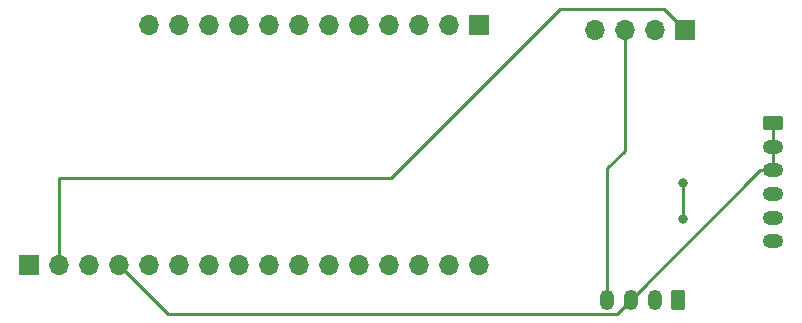
<source format=gbr>
%TF.GenerationSoftware,KiCad,Pcbnew,7.0.7*%
%TF.CreationDate,2025-02-28T10:15:51+00:00*%
%TF.ProjectId,MRF67-pro-small,4d524636-372d-4707-926f-2d736d616c6c,rev?*%
%TF.SameCoordinates,Original*%
%TF.FileFunction,Copper,L2,Bot*%
%TF.FilePolarity,Positive*%
%FSLAX46Y46*%
G04 Gerber Fmt 4.6, Leading zero omitted, Abs format (unit mm)*
G04 Created by KiCad (PCBNEW 7.0.7) date 2025-02-28 10:15:51*
%MOMM*%
%LPD*%
G01*
G04 APERTURE LIST*
G04 Aperture macros list*
%AMRoundRect*
0 Rectangle with rounded corners*
0 $1 Rounding radius*
0 $2 $3 $4 $5 $6 $7 $8 $9 X,Y pos of 4 corners*
0 Add a 4 corners polygon primitive as box body*
4,1,4,$2,$3,$4,$5,$6,$7,$8,$9,$2,$3,0*
0 Add four circle primitives for the rounded corners*
1,1,$1+$1,$2,$3*
1,1,$1+$1,$4,$5*
1,1,$1+$1,$6,$7*
1,1,$1+$1,$8,$9*
0 Add four rect primitives between the rounded corners*
20,1,$1+$1,$2,$3,$4,$5,0*
20,1,$1+$1,$4,$5,$6,$7,0*
20,1,$1+$1,$6,$7,$8,$9,0*
20,1,$1+$1,$8,$9,$2,$3,0*%
G04 Aperture macros list end*
%TA.AperFunction,ComponentPad*%
%ADD10R,1.700000X1.700000*%
%TD*%
%TA.AperFunction,ComponentPad*%
%ADD11O,1.700000X1.700000*%
%TD*%
%TA.AperFunction,ComponentPad*%
%ADD12RoundRect,0.250000X0.350000X0.625000X-0.350000X0.625000X-0.350000X-0.625000X0.350000X-0.625000X0*%
%TD*%
%TA.AperFunction,ComponentPad*%
%ADD13O,1.200000X1.750000*%
%TD*%
%TA.AperFunction,ComponentPad*%
%ADD14RoundRect,0.250000X-0.625000X0.350000X-0.625000X-0.350000X0.625000X-0.350000X0.625000X0.350000X0*%
%TD*%
%TA.AperFunction,ComponentPad*%
%ADD15O,1.750000X1.200000*%
%TD*%
%TA.AperFunction,ViaPad*%
%ADD16C,0.800000*%
%TD*%
%TA.AperFunction,Conductor*%
%ADD17C,0.250000*%
%TD*%
G04 APERTURE END LIST*
D10*
%TO.P,J2,1,Pin_1*%
%TO.N,unconnected-(J2-Pin_1-Pad1)*%
X146050000Y-101600000D03*
D11*
%TO.P,J2,2,Pin_2*%
%TO.N,unconnected-(J2-Pin_2-Pad2)*%
X143510000Y-101600000D03*
%TO.P,J2,3,Pin_3*%
%TO.N,unconnected-(J2-Pin_3-Pad3)*%
X140970000Y-101600000D03*
%TO.P,J2,4,Pin_4*%
%TO.N,unconnected-(J2-Pin_4-Pad4)*%
X138430000Y-101600000D03*
%TO.P,J2,5,Pin_5*%
%TO.N,Net-(J2-Pin_5)*%
X135890000Y-101600000D03*
%TO.P,J2,6,Pin_6*%
%TO.N,Net-(J2-Pin_6)*%
X133350000Y-101600000D03*
%TO.P,J2,7,Pin_7*%
%TO.N,unconnected-(J2-Pin_7-Pad7)*%
X130810000Y-101600000D03*
%TO.P,J2,8,Pin_8*%
%TO.N,unconnected-(J2-Pin_8-Pad8)*%
X128270000Y-101600000D03*
%TO.P,J2,9,Pin_9*%
%TO.N,unconnected-(J2-Pin_9-Pad9)*%
X125730000Y-101600000D03*
%TO.P,J2,10,Pin_10*%
%TO.N,unconnected-(J2-Pin_10-Pad10)*%
X123190000Y-101600000D03*
%TO.P,J2,11,Pin_11*%
%TO.N,Net-(J2-Pin_11)*%
X120650000Y-101600000D03*
%TO.P,J2,12,Pin_12*%
%TO.N,unconnected-(J2-Pin_12-Pad12)*%
X118110000Y-101600000D03*
%TD*%
D10*
%TO.P,J1,1,Pin_1*%
%TO.N,unconnected-(J1-Pin_1-Pad1)*%
X107950000Y-121920000D03*
D11*
%TO.P,J1,2,Pin_2*%
%TO.N,Net-(J1-Pin_2)*%
X110490000Y-121920000D03*
%TO.P,J1,3,Pin_3*%
%TO.N,unconnected-(J1-Pin_3-Pad3)*%
X113030000Y-121920000D03*
%TO.P,J1,4,Pin_4*%
%TO.N,Net-(J1-Pin_4)*%
X115570000Y-121920000D03*
%TO.P,J1,5,Pin_5*%
%TO.N,unconnected-(J1-Pin_5-Pad5)*%
X118110000Y-121920000D03*
%TO.P,J1,6,Pin_6*%
%TO.N,unconnected-(J1-Pin_6-Pad6)*%
X120650000Y-121920000D03*
%TO.P,J1,7,Pin_7*%
%TO.N,unconnected-(J1-Pin_7-Pad7)*%
X123190000Y-121920000D03*
%TO.P,J1,8,Pin_8*%
%TO.N,unconnected-(J1-Pin_8-Pad8)*%
X125730000Y-121920000D03*
%TO.P,J1,9,Pin_9*%
%TO.N,unconnected-(J1-Pin_9-Pad9)*%
X128270000Y-121920000D03*
%TO.P,J1,10,Pin_10*%
%TO.N,unconnected-(J1-Pin_10-Pad10)*%
X130810000Y-121920000D03*
%TO.P,J1,11,Pin_11*%
%TO.N,unconnected-(J1-Pin_11-Pad11)*%
X133350000Y-121920000D03*
%TO.P,J1,12,Pin_12*%
%TO.N,unconnected-(J1-Pin_12-Pad12)*%
X135890000Y-121920000D03*
%TO.P,J1,13,Pin_13*%
%TO.N,unconnected-(J1-Pin_13-Pad13)*%
X138430000Y-121920000D03*
%TO.P,J1,14,Pin_14*%
%TO.N,Net-(J1-Pin_14)*%
X140970000Y-121920000D03*
%TO.P,J1,15,Pin_15*%
%TO.N,Net-(J1-Pin_15)*%
X143510000Y-121920000D03*
%TO.P,J1,16,Pin_16*%
%TO.N,unconnected-(J1-Pin_16-Pad16)*%
X146050000Y-121920000D03*
%TD*%
D10*
%TO.P,J4,1,Pin_1*%
%TO.N,Net-(J1-Pin_2)*%
X163449000Y-101981000D03*
D11*
%TO.P,J4,2,Pin_2*%
%TO.N,Net-(J1-Pin_4)*%
X160909000Y-101981000D03*
%TO.P,J4,3,Pin_3*%
%TO.N,Net-(J3-Pin_4)*%
X158369000Y-101981000D03*
%TO.P,J4,4,Pin_4*%
%TO.N,unconnected-(J4-Pin_4-Pad4)*%
X155829000Y-101981000D03*
%TD*%
D12*
%TO.P,J3,1,Pin_1*%
%TO.N,Net-(J1-Pin_15)*%
X162909000Y-124841000D03*
D13*
%TO.P,J3,2,Pin_2*%
%TO.N,Net-(J1-Pin_14)*%
X160909000Y-124841000D03*
%TO.P,J3,3,Pin_3*%
%TO.N,Net-(J1-Pin_4)*%
X158909000Y-124841000D03*
%TO.P,J3,4,Pin_4*%
%TO.N,Net-(J3-Pin_4)*%
X156909000Y-124841000D03*
%TD*%
D14*
%TO.P,J6,1,Pin_1*%
%TO.N,Net-(J1-Pin_4)*%
X170942000Y-109887000D03*
D15*
%TO.P,J6,2,Pin_2*%
X170942000Y-111887000D03*
%TO.P,J6,3,Pin_3*%
X170942000Y-113887000D03*
%TO.P,J6,4,Pin_4*%
%TO.N,Net-(J2-Pin_11)*%
X170942000Y-115887000D03*
%TO.P,J6,5,Pin_5*%
%TO.N,Net-(J2-Pin_6)*%
X170942000Y-117887000D03*
%TO.P,J6,6,Pin_6*%
%TO.N,Net-(J2-Pin_5)*%
X170942000Y-119887000D03*
%TD*%
D16*
%TO.N,Net-(J2-Pin_6)*%
X163322000Y-114935000D03*
X163322000Y-117983000D03*
%TD*%
D17*
%TO.N,Net-(J2-Pin_6)*%
X163322000Y-117983000D02*
X163195000Y-117983000D01*
X163322000Y-117856000D02*
X163322000Y-117983000D01*
X163322000Y-117856000D02*
X163322000Y-117856000D01*
X163322000Y-114935000D02*
X163322000Y-117856000D01*
X163195000Y-117983000D02*
X163195000Y-117983000D01*
%TO.N,Net-(J1-Pin_4)*%
X158909000Y-124841000D02*
X157709000Y-126041000D01*
X170942000Y-109887000D02*
X170942000Y-111887000D01*
X158909000Y-124841000D02*
X169863000Y-113887000D01*
X157709000Y-126041000D02*
X119691000Y-126041000D01*
X170942000Y-111887000D02*
X170942000Y-113887000D01*
X169863000Y-113887000D02*
X170942000Y-113887000D01*
X119691000Y-126041000D02*
X115570000Y-121920000D01*
%TO.N,Net-(J1-Pin_2)*%
X110490000Y-114554000D02*
X110490000Y-121920000D01*
X161671000Y-100203000D02*
X152908000Y-100203000D01*
X163449000Y-101981000D02*
X161671000Y-100203000D01*
X152908000Y-100203000D02*
X138557000Y-114554000D01*
X138557000Y-114554000D02*
X110490000Y-114554000D01*
%TO.N,Net-(J3-Pin_4)*%
X158369000Y-112268000D02*
X158369000Y-101981000D01*
X156909000Y-124841000D02*
X156909000Y-113728000D01*
X156909000Y-113728000D02*
X158369000Y-112268000D01*
%TD*%
M02*

</source>
